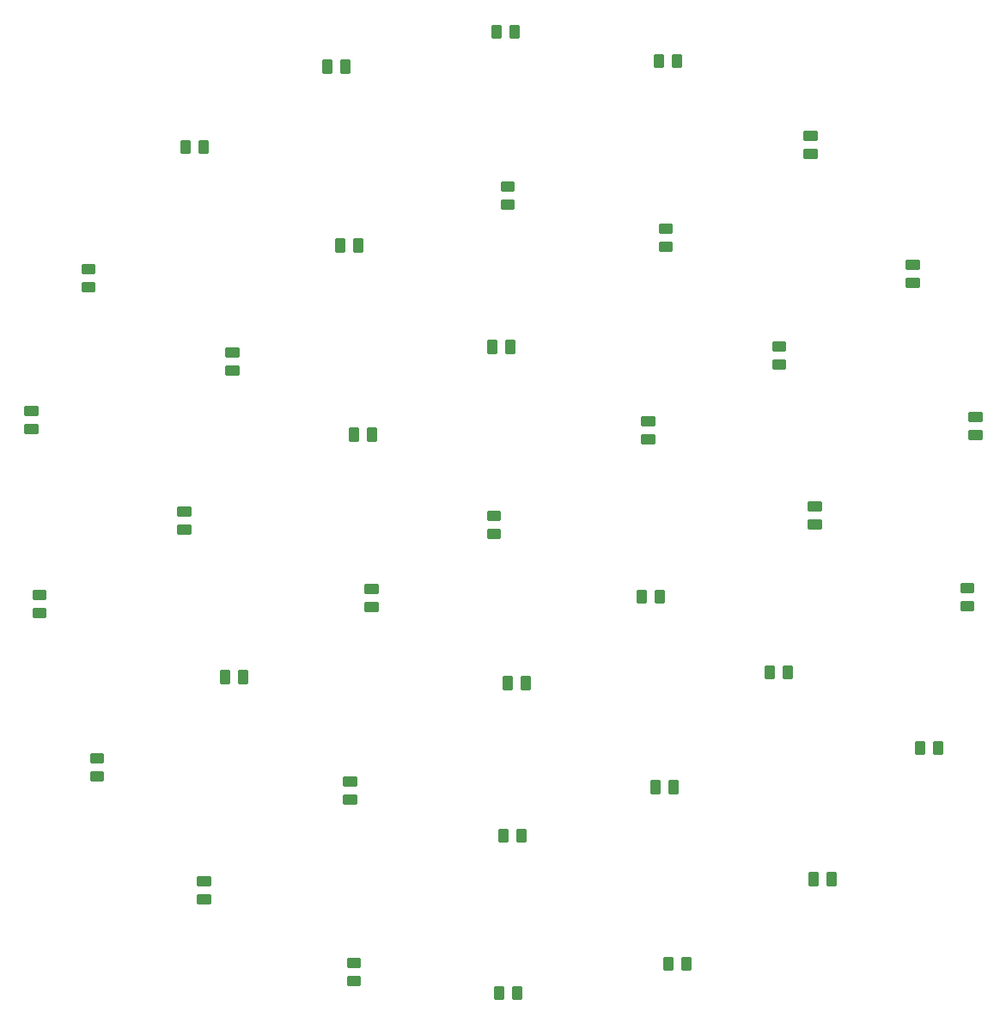
<source format=gbp>
G04 EAGLE Gerber RS-274X export*
G75*
%MOMM*%
%FSLAX34Y34*%
%LPD*%
%INBottom Paste*%
%IPPOS*%
%AMOC8*
5,1,8,0,0,1.08239X$1,22.5*%
G01*
%ADD10C,0.254000*%


D10*
X146680Y-74985D02*
X154300Y-74985D01*
X154300Y-86415D01*
X146680Y-86415D01*
X146680Y-74985D01*
X146680Y-84002D02*
X154300Y-84002D01*
X154300Y-81589D02*
X146680Y-81589D01*
X146680Y-79176D02*
X154300Y-79176D01*
X154300Y-76763D02*
X146680Y-76763D01*
X136520Y-74985D02*
X128900Y-74985D01*
X136520Y-74985D02*
X136520Y-86415D01*
X128900Y-86415D01*
X128900Y-74985D01*
X128900Y-84002D02*
X136520Y-84002D01*
X136520Y-81589D02*
X128900Y-81589D01*
X128900Y-79176D02*
X136520Y-79176D01*
X136520Y-76763D02*
X128900Y-76763D01*
X-466759Y-82969D02*
X-466826Y-75351D01*
X-455397Y-75251D01*
X-455330Y-82869D01*
X-466759Y-82969D01*
X-466780Y-80556D02*
X-455350Y-80556D01*
X-455372Y-78143D02*
X-466801Y-78143D01*
X-466823Y-75730D02*
X-455393Y-75730D01*
X-466670Y-93131D02*
X-466603Y-100749D01*
X-466670Y-93131D02*
X-455241Y-93031D01*
X-455174Y-100649D01*
X-466603Y-100749D01*
X-466624Y-98336D02*
X-455194Y-98336D01*
X-455216Y-95923D02*
X-466645Y-95923D01*
X-466667Y-93510D02*
X-455237Y-93510D01*
X-128185Y-94900D02*
X-128185Y-87280D01*
X-128185Y-94900D02*
X-139615Y-94900D01*
X-139615Y-87280D01*
X-128185Y-87280D01*
X-128185Y-92487D02*
X-139615Y-92487D01*
X-139615Y-90074D02*
X-128185Y-90074D01*
X-128185Y-87661D02*
X-139615Y-87661D01*
X-128185Y-77120D02*
X-128185Y-69500D01*
X-128185Y-77120D02*
X-139615Y-77120D01*
X-139615Y-69500D01*
X-128185Y-69500D01*
X-128185Y-74707D02*
X-139615Y-74707D01*
X-139615Y-72294D02*
X-128185Y-72294D01*
X-128185Y-69881D02*
X-139615Y-69881D01*
X297900Y-364315D02*
X305520Y-364315D01*
X297900Y-364315D02*
X297900Y-352885D01*
X305520Y-352885D01*
X305520Y-364315D01*
X305520Y-361902D02*
X297900Y-361902D01*
X297900Y-359489D02*
X305520Y-359489D01*
X305520Y-357076D02*
X297900Y-357076D01*
X297900Y-354663D02*
X305520Y-354663D01*
X315680Y-364315D02*
X323300Y-364315D01*
X315680Y-364315D02*
X315680Y-352885D01*
X323300Y-352885D01*
X323300Y-364315D01*
X323300Y-361902D02*
X315680Y-361902D01*
X315680Y-359489D02*
X323300Y-359489D01*
X323300Y-357076D02*
X315680Y-357076D01*
X315680Y-354663D02*
X323300Y-354663D01*
X402900Y-235515D02*
X410520Y-235515D01*
X402900Y-235515D02*
X402900Y-224085D01*
X410520Y-224085D01*
X410520Y-235515D01*
X410520Y-233102D02*
X402900Y-233102D01*
X402900Y-230689D02*
X410520Y-230689D01*
X410520Y-228276D02*
X402900Y-228276D01*
X402900Y-225863D02*
X410520Y-225863D01*
X420680Y-235515D02*
X428300Y-235515D01*
X420680Y-235515D02*
X420680Y-224085D01*
X428300Y-224085D01*
X428300Y-235515D01*
X428300Y-233102D02*
X420680Y-233102D01*
X420680Y-230689D02*
X428300Y-230689D01*
X428300Y-228276D02*
X420680Y-228276D01*
X420680Y-225863D02*
X428300Y-225863D01*
X133285Y87980D02*
X133285Y95600D01*
X144715Y95600D01*
X144715Y87980D01*
X133285Y87980D01*
X133285Y90393D02*
X144715Y90393D01*
X144715Y92806D02*
X133285Y92806D01*
X133285Y95219D02*
X144715Y95219D01*
X133285Y77820D02*
X133285Y70200D01*
X133285Y77820D02*
X144715Y77820D01*
X144715Y70200D01*
X133285Y70200D01*
X133285Y72613D02*
X144715Y72613D01*
X144715Y75026D02*
X133285Y75026D01*
X133285Y77439D02*
X144715Y77439D01*
X-149085Y-276480D02*
X-149085Y-284100D01*
X-160515Y-284100D01*
X-160515Y-276480D01*
X-149085Y-276480D01*
X-149085Y-281687D02*
X-160515Y-281687D01*
X-160515Y-279274D02*
X-149085Y-279274D01*
X-149085Y-276861D02*
X-160515Y-276861D01*
X-149085Y-266320D02*
X-149085Y-258700D01*
X-149085Y-266320D02*
X-160515Y-266320D01*
X-160515Y-258700D01*
X-149085Y-258700D01*
X-149085Y-263907D02*
X-160515Y-263907D01*
X-160515Y-261494D02*
X-149085Y-261494D01*
X-149085Y-259081D02*
X-160515Y-259081D01*
X459115Y-94100D02*
X459115Y-86480D01*
X459115Y-94100D02*
X447685Y-94100D01*
X447685Y-86480D01*
X459115Y-86480D01*
X459115Y-91687D02*
X447685Y-91687D01*
X447685Y-89274D02*
X459115Y-89274D01*
X459115Y-86861D02*
X447685Y-86861D01*
X459115Y-76320D02*
X459115Y-68700D01*
X459115Y-76320D02*
X447685Y-76320D01*
X447685Y-68700D01*
X459115Y-68700D01*
X459115Y-73907D02*
X447685Y-73907D01*
X447685Y-71494D02*
X459115Y-71494D01*
X459115Y-69081D02*
X447685Y-69081D01*
X467315Y74400D02*
X467315Y82020D01*
X467315Y74400D02*
X455885Y74400D01*
X455885Y82020D01*
X467315Y82020D01*
X467315Y76813D02*
X455885Y76813D01*
X455885Y79226D02*
X467315Y79226D01*
X467315Y81639D02*
X455885Y81639D01*
X467315Y92180D02*
X467315Y99800D01*
X467315Y92180D02*
X455885Y92180D01*
X455885Y99800D01*
X467315Y99800D01*
X467315Y94593D02*
X455885Y94593D01*
X455885Y97006D02*
X467315Y97006D01*
X467315Y99419D02*
X455885Y99419D01*
X405515Y224900D02*
X405515Y232520D01*
X405515Y224900D02*
X394085Y224900D01*
X394085Y232520D01*
X405515Y232520D01*
X405515Y227313D02*
X394085Y227313D01*
X394085Y229726D02*
X405515Y229726D01*
X405515Y232139D02*
X394085Y232139D01*
X405515Y242680D02*
X405515Y250300D01*
X405515Y242680D02*
X394085Y242680D01*
X394085Y250300D01*
X405515Y250300D01*
X405515Y245093D02*
X394085Y245093D01*
X394085Y247506D02*
X405515Y247506D01*
X405515Y249919D02*
X394085Y249919D01*
X304715Y351900D02*
X304715Y359520D01*
X304715Y351900D02*
X293285Y351900D01*
X293285Y359520D01*
X304715Y359520D01*
X304715Y354313D02*
X293285Y354313D01*
X293285Y356726D02*
X304715Y356726D01*
X304715Y359139D02*
X293285Y359139D01*
X304715Y369680D02*
X304715Y377300D01*
X304715Y369680D02*
X293285Y369680D01*
X293285Y377300D01*
X304715Y377300D01*
X304715Y372093D02*
X293285Y372093D01*
X293285Y374506D02*
X304715Y374506D01*
X304715Y376919D02*
X293285Y376919D01*
X-7285Y-14680D02*
X-7285Y-22300D01*
X-18715Y-22300D01*
X-18715Y-14680D01*
X-7285Y-14680D01*
X-7285Y-19887D02*
X-18715Y-19887D01*
X-18715Y-17474D02*
X-7285Y-17474D01*
X-7285Y-15061D02*
X-18715Y-15061D01*
X-7285Y-4520D02*
X-7285Y3100D01*
X-7285Y-4520D02*
X-18715Y-4520D01*
X-18715Y3100D01*
X-7285Y3100D01*
X-7285Y-2107D02*
X-18715Y-2107D01*
X-18715Y306D02*
X-7285Y306D01*
X-7285Y2719D02*
X-18715Y2719D01*
X-155400Y446915D02*
X-163020Y446915D01*
X-155400Y446915D02*
X-155400Y435485D01*
X-163020Y435485D01*
X-163020Y446915D01*
X-163020Y437898D02*
X-155400Y437898D01*
X-155400Y440311D02*
X-163020Y440311D01*
X-163020Y442724D02*
X-155400Y442724D01*
X-155400Y445137D02*
X-163020Y445137D01*
X-173180Y446915D02*
X-180800Y446915D01*
X-173180Y446915D02*
X-173180Y435485D01*
X-180800Y435485D01*
X-180800Y446915D01*
X-180800Y437898D02*
X-173180Y437898D01*
X-173180Y440311D02*
X-180800Y440311D01*
X-180800Y442724D02*
X-173180Y442724D01*
X-173180Y445137D02*
X-180800Y445137D01*
X-474615Y106100D02*
X-474615Y98480D01*
X-474615Y106100D02*
X-463185Y106100D01*
X-463185Y98480D01*
X-474615Y98480D01*
X-474615Y100893D02*
X-463185Y100893D01*
X-463185Y103306D02*
X-474615Y103306D01*
X-474615Y105719D02*
X-463185Y105719D01*
X-474615Y88320D02*
X-474615Y80700D01*
X-474615Y88320D02*
X-463185Y88320D01*
X-463185Y80700D01*
X-474615Y80700D01*
X-474615Y83113D02*
X-463185Y83113D01*
X-463185Y85526D02*
X-474615Y85526D01*
X-474615Y87939D02*
X-463185Y87939D01*
X154800Y-447815D02*
X162420Y-447815D01*
X154800Y-447815D02*
X154800Y-436385D01*
X162420Y-436385D01*
X162420Y-447815D01*
X162420Y-445402D02*
X154800Y-445402D01*
X154800Y-442989D02*
X162420Y-442989D01*
X162420Y-440576D02*
X154800Y-440576D01*
X154800Y-438163D02*
X162420Y-438163D01*
X172580Y-447815D02*
X180200Y-447815D01*
X172580Y-447815D02*
X172580Y-436385D01*
X180200Y-436385D01*
X180200Y-447815D01*
X180200Y-445402D02*
X172580Y-445402D01*
X172580Y-442989D02*
X180200Y-442989D01*
X180200Y-440576D02*
X172580Y-440576D01*
X172580Y-438163D02*
X180200Y-438163D01*
X-4580Y-476515D02*
X-12200Y-476515D01*
X-12200Y-465085D01*
X-4580Y-465085D01*
X-4580Y-476515D01*
X-4580Y-474102D02*
X-12200Y-474102D01*
X-12200Y-471689D02*
X-4580Y-471689D01*
X-4580Y-469276D02*
X-12200Y-469276D01*
X-12200Y-466863D02*
X-4580Y-466863D01*
X5580Y-476515D02*
X13200Y-476515D01*
X5580Y-476515D02*
X5580Y-465085D01*
X13200Y-465085D01*
X13200Y-476515D01*
X13200Y-474102D02*
X5580Y-474102D01*
X5580Y-471689D02*
X13200Y-471689D01*
X13200Y-469276D02*
X5580Y-469276D01*
X5580Y-466863D02*
X13200Y-466863D01*
X-304715Y-364420D02*
X-304715Y-356800D01*
X-293285Y-356800D01*
X-293285Y-364420D01*
X-304715Y-364420D01*
X-304715Y-362007D02*
X-293285Y-362007D01*
X-293285Y-359594D02*
X-304715Y-359594D01*
X-304715Y-357181D02*
X-293285Y-357181D01*
X-304715Y-374580D02*
X-304715Y-382200D01*
X-304715Y-374580D02*
X-293285Y-374580D01*
X-293285Y-382200D01*
X-304715Y-382200D01*
X-304715Y-379787D02*
X-293285Y-379787D01*
X-293285Y-377374D02*
X-304715Y-377374D01*
X-304715Y-374961D02*
X-293285Y-374961D01*
X-312585Y-18700D02*
X-312585Y-11080D01*
X-312585Y-18700D02*
X-324015Y-18700D01*
X-324015Y-11080D01*
X-312585Y-11080D01*
X-312585Y-16287D02*
X-324015Y-16287D01*
X-324015Y-13874D02*
X-312585Y-13874D01*
X-312585Y-11461D02*
X-324015Y-11461D01*
X-312585Y-920D02*
X-312585Y6700D01*
X-312585Y-920D02*
X-324015Y-920D01*
X-324015Y6700D01*
X-312585Y6700D01*
X-312585Y1493D02*
X-324015Y1493D01*
X-324015Y3906D02*
X-312585Y3906D01*
X-312585Y6319D02*
X-324015Y6319D01*
X10580Y-310385D02*
X18200Y-310385D01*
X18200Y-321815D01*
X10580Y-321815D01*
X10580Y-310385D01*
X10580Y-319402D02*
X18200Y-319402D01*
X18200Y-316989D02*
X10580Y-316989D01*
X10580Y-314576D02*
X18200Y-314576D01*
X18200Y-312163D02*
X10580Y-312163D01*
X420Y-310385D02*
X-7200Y-310385D01*
X420Y-310385D02*
X420Y-321815D01*
X-7200Y-321815D01*
X-7200Y-310385D01*
X-7200Y-319402D02*
X420Y-319402D01*
X420Y-316989D02*
X-7200Y-316989D01*
X-7200Y-314576D02*
X420Y-314576D01*
X420Y-312163D02*
X-7200Y-312163D01*
X-256800Y-154185D02*
X-264420Y-154185D01*
X-256800Y-154185D02*
X-256800Y-165615D01*
X-264420Y-165615D01*
X-264420Y-154185D01*
X-264420Y-163202D02*
X-256800Y-163202D01*
X-256800Y-160789D02*
X-264420Y-160789D01*
X-264420Y-158376D02*
X-256800Y-158376D01*
X-256800Y-155963D02*
X-264420Y-155963D01*
X-274580Y-154185D02*
X-282200Y-154185D01*
X-274580Y-154185D02*
X-274580Y-165615D01*
X-282200Y-165615D01*
X-282200Y-154185D01*
X-282200Y-163202D02*
X-274580Y-163202D01*
X-274580Y-160789D02*
X-282200Y-160789D01*
X-282200Y-158376D02*
X-274580Y-158376D01*
X-274580Y-155963D02*
X-282200Y-155963D01*
X-155207Y73379D02*
X-147587Y73379D01*
X-155207Y73379D02*
X-155207Y84809D01*
X-147587Y84809D01*
X-147587Y73379D01*
X-147587Y75792D02*
X-155207Y75792D01*
X-155207Y78205D02*
X-147587Y78205D01*
X-147587Y80618D02*
X-155207Y80618D01*
X-155207Y83031D02*
X-147587Y83031D01*
X-137427Y73379D02*
X-129807Y73379D01*
X-137427Y73379D02*
X-137427Y84809D01*
X-129807Y84809D01*
X-129807Y73379D01*
X-129807Y75792D02*
X-137427Y75792D01*
X-137427Y78205D02*
X-129807Y78205D01*
X-129807Y80618D02*
X-137427Y80618D01*
X-137427Y83031D02*
X-129807Y83031D01*
X14080Y-159785D02*
X21700Y-159785D01*
X21700Y-171215D01*
X14080Y-171215D01*
X14080Y-159785D01*
X14080Y-168802D02*
X21700Y-168802D01*
X21700Y-166389D02*
X14080Y-166389D01*
X14080Y-163976D02*
X21700Y-163976D01*
X21700Y-161563D02*
X14080Y-161563D01*
X3920Y-159785D02*
X-3700Y-159785D01*
X3920Y-159785D02*
X3920Y-171215D01*
X-3700Y-171215D01*
X-3700Y-159785D01*
X-3700Y-168802D02*
X3920Y-168802D01*
X3920Y-166389D02*
X-3700Y-166389D01*
X-3700Y-163976D02*
X3920Y-163976D01*
X3920Y-161563D02*
X-3700Y-161563D01*
X163680Y452415D02*
X171300Y452415D01*
X171300Y440985D01*
X163680Y440985D01*
X163680Y452415D01*
X163680Y443398D02*
X171300Y443398D01*
X171300Y445811D02*
X163680Y445811D01*
X163680Y448224D02*
X171300Y448224D01*
X171300Y450637D02*
X163680Y450637D01*
X153520Y452415D02*
X145900Y452415D01*
X153520Y452415D02*
X153520Y440985D01*
X145900Y440985D01*
X145900Y452415D01*
X145900Y443398D02*
X153520Y443398D01*
X153520Y445811D02*
X145900Y445811D01*
X145900Y448224D02*
X153520Y448224D01*
X153520Y450637D02*
X145900Y450637D01*
X11200Y481415D02*
X3580Y481415D01*
X11200Y481415D02*
X11200Y469985D01*
X3580Y469985D01*
X3580Y481415D01*
X3580Y472398D02*
X11200Y472398D01*
X11200Y474811D02*
X3580Y474811D01*
X3580Y477224D02*
X11200Y477224D01*
X11200Y479637D02*
X3580Y479637D01*
X-6580Y481415D02*
X-14200Y481415D01*
X-6580Y481415D02*
X-6580Y469985D01*
X-14200Y469985D01*
X-14200Y481415D01*
X-14200Y472398D02*
X-6580Y472398D01*
X-6580Y474811D02*
X-14200Y474811D01*
X-14200Y477224D02*
X-6580Y477224D01*
X-6580Y479637D02*
X-14200Y479637D01*
X-418615Y245700D02*
X-418615Y238080D01*
X-418615Y245700D02*
X-407185Y245700D01*
X-407185Y238080D01*
X-418615Y238080D01*
X-418615Y240493D02*
X-407185Y240493D01*
X-407185Y242906D02*
X-418615Y242906D01*
X-418615Y245319D02*
X-407185Y245319D01*
X-418615Y227920D02*
X-418615Y220300D01*
X-418615Y227920D02*
X-407185Y227920D01*
X-407185Y220300D01*
X-418615Y220300D01*
X-418615Y222713D02*
X-407185Y222713D01*
X-407185Y225126D02*
X-418615Y225126D01*
X-418615Y227539D02*
X-407185Y227539D01*
X-156815Y-437200D02*
X-156815Y-444820D01*
X-156815Y-437200D02*
X-145385Y-437200D01*
X-145385Y-444820D01*
X-156815Y-444820D01*
X-156815Y-442407D02*
X-145385Y-442407D01*
X-145385Y-439994D02*
X-156815Y-439994D01*
X-156815Y-437581D02*
X-145385Y-437581D01*
X-156815Y-454980D02*
X-156815Y-462600D01*
X-156815Y-454980D02*
X-145385Y-454980D01*
X-145385Y-462600D01*
X-156815Y-462600D01*
X-156815Y-460187D02*
X-145385Y-460187D01*
X-145385Y-457774D02*
X-156815Y-457774D01*
X-156815Y-455361D02*
X-145385Y-455361D01*
X-410015Y-243820D02*
X-410015Y-236200D01*
X-398585Y-236200D01*
X-398585Y-243820D01*
X-410015Y-243820D01*
X-410015Y-241407D02*
X-398585Y-241407D01*
X-398585Y-238994D02*
X-410015Y-238994D01*
X-410015Y-236581D02*
X-398585Y-236581D01*
X-410015Y-253980D02*
X-410015Y-261600D01*
X-410015Y-253980D02*
X-398585Y-253980D01*
X-398585Y-261600D01*
X-410015Y-261600D01*
X-410015Y-259187D02*
X-398585Y-259187D01*
X-398585Y-256774D02*
X-410015Y-256774D01*
X-410015Y-254361D02*
X-398585Y-254361D01*
X-265285Y138200D02*
X-265285Y145820D01*
X-265285Y138200D02*
X-276715Y138200D01*
X-276715Y145820D01*
X-265285Y145820D01*
X-265285Y140613D02*
X-276715Y140613D01*
X-276715Y143026D02*
X-265285Y143026D01*
X-265285Y145439D02*
X-276715Y145439D01*
X-265285Y155980D02*
X-265285Y163600D01*
X-265285Y155980D02*
X-276715Y155980D01*
X-276715Y163600D01*
X-265285Y163600D01*
X-265285Y158393D02*
X-276715Y158393D01*
X-276715Y160806D02*
X-265285Y160806D01*
X-265285Y163219D02*
X-276715Y163219D01*
X150585Y277680D02*
X150585Y285300D01*
X162015Y285300D01*
X162015Y277680D01*
X150585Y277680D01*
X150585Y280093D02*
X162015Y280093D01*
X162015Y282506D02*
X150585Y282506D01*
X150585Y284919D02*
X162015Y284919D01*
X150585Y267520D02*
X150585Y259900D01*
X150585Y267520D02*
X162015Y267520D01*
X162015Y259900D01*
X150585Y259900D01*
X150585Y262313D02*
X162015Y262313D01*
X162015Y264726D02*
X150585Y264726D01*
X150585Y267139D02*
X162015Y267139D01*
X159680Y-262385D02*
X167300Y-262385D01*
X167300Y-273815D01*
X159680Y-273815D01*
X159680Y-262385D01*
X159680Y-271402D02*
X167300Y-271402D01*
X167300Y-268989D02*
X159680Y-268989D01*
X159680Y-266576D02*
X167300Y-266576D01*
X167300Y-264163D02*
X159680Y-264163D01*
X149520Y-262385D02*
X141900Y-262385D01*
X149520Y-262385D02*
X149520Y-273815D01*
X141900Y-273815D01*
X141900Y-262385D01*
X141900Y-271402D02*
X149520Y-271402D01*
X149520Y-268989D02*
X141900Y-268989D01*
X141900Y-266576D02*
X149520Y-266576D01*
X149520Y-264163D02*
X141900Y-264163D01*
X-11180Y159685D02*
X-18800Y159685D01*
X-18800Y171115D01*
X-11180Y171115D01*
X-11180Y159685D01*
X-11180Y162098D02*
X-18800Y162098D01*
X-18800Y164511D02*
X-11180Y164511D01*
X-11180Y166924D02*
X-18800Y166924D01*
X-18800Y169337D02*
X-11180Y169337D01*
X-1020Y159685D02*
X6600Y159685D01*
X-1020Y159685D02*
X-1020Y171115D01*
X6600Y171115D01*
X6600Y159685D01*
X6600Y162098D02*
X-1020Y162098D01*
X-1020Y164511D02*
X6600Y164511D01*
X6600Y166924D02*
X-1020Y166924D01*
X-1020Y169337D02*
X6600Y169337D01*
X-295700Y368115D02*
X-303320Y368115D01*
X-295700Y368115D02*
X-295700Y356685D01*
X-303320Y356685D01*
X-303320Y368115D01*
X-303320Y359098D02*
X-295700Y359098D01*
X-295700Y361511D02*
X-303320Y361511D01*
X-303320Y363924D02*
X-295700Y363924D01*
X-295700Y366337D02*
X-303320Y366337D01*
X-313480Y368115D02*
X-321100Y368115D01*
X-313480Y368115D02*
X-313480Y356685D01*
X-321100Y356685D01*
X-321100Y368115D01*
X-321100Y359098D02*
X-313480Y359098D01*
X-313480Y361511D02*
X-321100Y361511D01*
X-321100Y363924D02*
X-313480Y363924D01*
X-313480Y366337D02*
X-321100Y366337D01*
X-5315Y327400D02*
X-5315Y319780D01*
X-5315Y327400D02*
X6115Y327400D01*
X6115Y319780D01*
X-5315Y319780D01*
X-5315Y322193D02*
X6115Y322193D01*
X6115Y324606D02*
X-5315Y324606D01*
X-5315Y327019D02*
X6115Y327019D01*
X-5315Y309620D02*
X-5315Y302000D01*
X-5315Y309620D02*
X6115Y309620D01*
X6115Y302000D01*
X-5315Y302000D01*
X-5315Y304413D02*
X6115Y304413D01*
X6115Y306826D02*
X-5315Y306826D01*
X-5315Y309239D02*
X6115Y309239D01*
X-160780Y259485D02*
X-168400Y259485D01*
X-168400Y270915D01*
X-160780Y270915D01*
X-160780Y259485D01*
X-160780Y261898D02*
X-168400Y261898D01*
X-168400Y264311D02*
X-160780Y264311D01*
X-160780Y266724D02*
X-168400Y266724D01*
X-168400Y269137D02*
X-160780Y269137D01*
X-150620Y259485D02*
X-143000Y259485D01*
X-150620Y259485D02*
X-150620Y270915D01*
X-143000Y270915D01*
X-143000Y259485D01*
X-143000Y261898D02*
X-150620Y261898D01*
X-150620Y264311D02*
X-143000Y264311D01*
X-143000Y266724D02*
X-150620Y266724D01*
X-150620Y269137D02*
X-143000Y269137D01*
X262285Y169400D02*
X262285Y161780D01*
X262285Y169400D02*
X273715Y169400D01*
X273715Y161780D01*
X262285Y161780D01*
X262285Y164193D02*
X273715Y164193D01*
X273715Y166606D02*
X262285Y166606D01*
X262285Y169019D02*
X273715Y169019D01*
X262285Y151620D02*
X262285Y144000D01*
X262285Y151620D02*
X273715Y151620D01*
X273715Y144000D01*
X262285Y144000D01*
X262285Y146413D02*
X273715Y146413D01*
X273715Y148826D02*
X262285Y148826D01*
X262285Y151239D02*
X273715Y151239D01*
X297585Y12400D02*
X297585Y4780D01*
X297585Y12400D02*
X309015Y12400D01*
X309015Y4780D01*
X297585Y4780D01*
X297585Y7193D02*
X309015Y7193D01*
X309015Y9606D02*
X297585Y9606D01*
X297585Y12019D02*
X309015Y12019D01*
X297585Y-5380D02*
X297585Y-13000D01*
X297585Y-5380D02*
X309015Y-5380D01*
X309015Y-13000D01*
X297585Y-13000D01*
X297585Y-10587D02*
X309015Y-10587D01*
X309015Y-8174D02*
X297585Y-8174D01*
X297585Y-5761D02*
X309015Y-5761D01*
X280400Y-149385D02*
X272780Y-149385D01*
X280400Y-149385D02*
X280400Y-160815D01*
X272780Y-160815D01*
X272780Y-149385D01*
X272780Y-158402D02*
X280400Y-158402D01*
X280400Y-155989D02*
X272780Y-155989D01*
X272780Y-153576D02*
X280400Y-153576D01*
X280400Y-151163D02*
X272780Y-151163D01*
X262620Y-149385D02*
X255000Y-149385D01*
X262620Y-149385D02*
X262620Y-160815D01*
X255000Y-160815D01*
X255000Y-149385D01*
X255000Y-158402D02*
X262620Y-158402D01*
X262620Y-155989D02*
X255000Y-155989D01*
X255000Y-153576D02*
X262620Y-153576D01*
X262620Y-151163D02*
X255000Y-151163D01*
M02*

</source>
